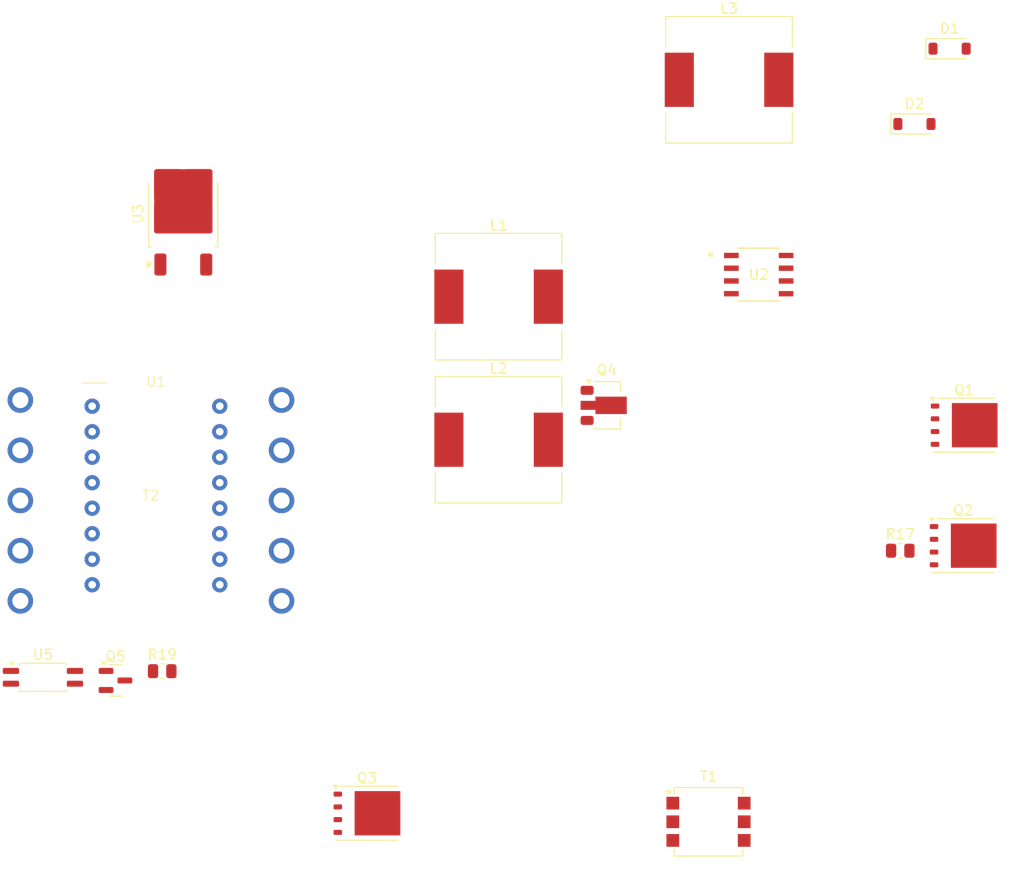
<source format=kicad_pcb>
(kicad_pcb (version 20240108) (generator "pcbnew") (generator_version "8.0")
  (layers (0 "F.Cu" signal) (31 "B.Cu" signal) (34 "B.Paste" user) (35 "F.Paste" user) (36 "B.SilkS" user "B.Silkscreen") (37 "F.SilkS" user "F.Silkscreen") (38 "B.Mask" user) (39 "F.Mask" user) (44 "Edge.Cuts" user))
  (net 0 "")
  (net 1 "/VSEC")
  (net 2 "Net-(Q1-G)")
  (net 3 "GNDSEC")
  (net 4 "/Isense")
  (net 5 "Net-(Q3-G)")
  (net 6 "Net-(Q3-D)")
  (net 7 "Net-(U2-SYNC)")
  (net 8 "Net-(C8-Pad1)")
  (net 9 "Net-(U1-ISENSE)")
  (net 10 "Net-(U1-DELAY)")
  (net 11 "Net-(U1-SD_VSEC)")
  (net 12 "Net-(U1-BLANK)")
  (net 13 "/FB")
  (net 14 "/VREF")
  (net 15 "PGND")
  (net 16 "/SOUT")
  (net 17 "/Vcont")
  (net 18 "/Vout")
  (net 19 "Net-(U1-SS_MAXDC)")
  (net 20 "/GATEOUT")
  (net 21 "Net-(Q2-G)")
  (net 23 "Net-(U1-ROSC)")
  (net 24 "Net-(U2-CS-)")
  (net 25 "Net-(U2-CS+)")
  (net 27 "/FG")
  (net 31 "/CG")
  (net 32 "Net-(Q5-E)")
  (net 34 "Vin")
  (net 36 "Net-(D1-K)")
  (net 37 "GND")
  (net 38 "Net-(L1-Pad2)")
  (net 40 "Net-(U3-VI)")
  (net 41 "Net-(Q1-D)")
  (net 42 "Net-(U3-VO)")
  (net 44 "Net-(U1-COMP)")
  (net 45 "Net-(U2-TIMER)")
  (net 46 "/Vbias")
  (net 47 "Net-(R26-Pad2)")
  (net 48 "Net-(R24-Pad1)")
  (footprint "Package_TO_SOT_SMD:TDSON-8-1" (layer "F.Cu") (at 172.35 84)
    (property "Reference" "Q2" (at 0 -3.5 0) (layer "F.SilkS"))
    (property "Value" "CSD19534Q5A")
    (fp_line (start 3.06 -2.685) (end -2.62 -2.685) (stroke (width 0.12)) (layer "F.SilkS"))
    (fp_line (start 3.06 2.685) (end -3.06 2.685) (stroke (width 0.12)) (layer "F.SilkS"))
    (fp_poly (pts (xy -3.131622 -2.42027) (xy -3.371622 -2.75027) (xy -2.891622 -2.75027) (xy -3.131622 -2.42027)) (stroke (width 0.12)) (fill solid) (layer "F.SilkS"))
    (pad "1" smd roundrect (at -2.9 -1.905) (size 0.85 0.5) (layers "F.Cu" "F.Paste" "F.Mask") (net 3 "GNDSEC"))
    (pad "2" smd roundrect (at -2.9 -0.635) (size 0.85 0.5) (layers "F.Cu" "F.Paste" "F.Mask") (net 3 "GNDSEC"))
    (pad "3" smd roundrect (at -2.9 0.635) (size 0.85 0.5) (layers "F.Cu" "F.Paste" "F.Mask") (net 3 "GNDSEC"))
    (pad "4" smd roundrect (at -2.9 1.905) (size 0.85 0.5) (layers "F.Cu" "F.Paste" "F.Mask") (net 21 "Net-(Q2-G)"))
    (pad "5" smd rect (at 1.05 0) (size 4.55 4.41) (layers "F.Cu") (net 1 "/VSEC"))
  )
  (footprint "Package_TO_SOT_SMD:TDSON-8-1" (layer "F.Cu") (at 172.45 72)
    (property "Reference" "Q1" (at 0 -3.5 0) (layer "F.SilkS"))
    (property "Value" "CSD19534Q5A")
    (fp_line (start 3.06 -2.685) (end -2.62 -2.685) (stroke (width 0.12)) (layer "F.SilkS"))
    (fp_line (start 3.06 2.685) (end -3.06 2.685) (stroke (width 0.12)) (layer "F.SilkS"))
    (fp_poly (pts (xy -3.131622 -2.42027) (xy -3.371622 -2.75027) (xy -2.891622 -2.75027) (xy -3.131622 -2.42027)) (stroke (width 0.12)) (fill solid) (layer "F.SilkS"))
    (pad "1" smd roundrect (at -2.9 -1.905) (size 0.85 0.5) (layers "F.Cu" "F.Paste" "F.Mask") (net 3 "GNDSEC"))
    (pad "2" smd roundrect (at -2.9 -0.635) (size 0.85 0.5) (layers "F.Cu" "F.Paste" "F.Mask") (net 3 "GNDSEC"))
    (pad "3" smd roundrect (at -2.9 0.635) (size 0.85 0.5) (layers "F.Cu" "F.Paste" "F.Mask") (net 3 "GNDSEC"))
    (pad "4" smd roundrect (at -2.9 1.905) (size 0.85 0.5) (layers "F.Cu" "F.Paste" "F.Mask") (net 2 "Net-(Q1-G)"))
    (pad "5" smd rect (at 1.05 0) (size 4.55 4.41) (layers "F.Cu") (net 41 "Net-(Q1-D)"))
  )
  (footprint "Package_TO_SOT_SMD:TDSON-8-1" (layer "F.Cu") (at 113 110.65)
    (property "Reference" "Q3" (at 0 -3.5 0) (layer "F.SilkS"))
    (property "Value" "BSC320N20NS3G")
    (fp_line (start 3.06 -2.685) (end -2.62 -2.685) (stroke (width 0.12)) (layer "F.SilkS"))
    (fp_line (start 3.06 2.685) (end -3.06 2.685) (stroke (width 0.12)) (layer "F.SilkS"))
    (fp_poly (pts (xy -3.131622 -2.42027) (xy -3.371622 -2.75027) (xy -2.891622 -2.75027) (xy -3.131622 -2.42027)) (stroke (width 0.12)) (fill solid) (layer "F.SilkS"))
    (pad "1" smd roundrect (at -2.9 -1.905) (size 0.85 0.5) (layers "F.Cu" "F.Paste" "F.Mask") (net 4 "/Isense"))
    (pad "2" smd roundrect (at -2.9 -0.635) (size 0.85 0.5) (layers "F.Cu" "F.Paste" "F.Mask") (net 4 "/Isense"))
    (pad "3" smd roundrect (at -2.9 0.635) (size 0.85 0.5) (layers "F.Cu" "F.Paste" "F.Mask") (net 4 "/Isense"))
    (pad "4" smd roundrect (at -2.9 1.905) (size 0.85 0.5) (layers "F.Cu" "F.Paste" "F.Mask") (net 5 "Net-(Q3-G)"))
    (pad "5" smd rect (at 1.05 0) (size 4.55 4.41) (layers "F.Cu") (net 6 "Net-(Q3-D)"))
  )
  (footprint "Resistor_SMD:R_0805_2012Metric" (layer "F.Cu") (at 92.62 96.5)
    (property "Reference" "R19" (at 0 -1.65 0) (layer "F.SilkS"))
    (property "Value" "10k")
    (fp_line (start -0.227064 -0.735) (end 0.227064 -0.735) (stroke (width 0.12)) (layer "F.SilkS"))
    (fp_line (start -0.227064 0.735) (end 0.227064 0.735) (stroke (width 0.12)) (layer "F.SilkS"))
    (pad "1" smd roundrect (at -0.9125 0) (size 1.025 1.4) (layers "F.Cu" "F.Paste" "F.Mask") (roundrect_rratio 0.243902) (net 21 "Net-(Q2-G)"))
    (pad "2" smd roundrect (at 0.9125 0) (size 1.025 1.4) (layers "F.Cu" "F.Paste" "F.Mask") (roundrect_rratio 0.243902) (net 3 "GNDSEC"))
  )
  (footprint "Resistor_SMD:R_0805_2012Metric" (layer "F.Cu") (at 166.0875 84.5)
    (property "Reference" "R17" (at 0 -1.65 0) (layer "F.SilkS"))
    (property "Value" "10k")
    (fp_line (start -0.227064 -0.735) (end 0.227064 -0.735) (stroke (width 0.12)) (layer "F.SilkS"))
    (fp_line (start -0.227064 0.735) (end 0.227064 0.735) (stroke (width 0.12)) (layer "F.SilkS"))
    (pad "1" smd roundrect (at -0.9125 0) (size 1.025 1.4) (layers "F.Cu" "F.Paste" "F.Mask") (roundrect_rratio 0.243902) (net 2 "Net-(Q1-G)"))
    (pad "2" smd roundrect (at 0.9125 0) (size 1.025 1.4) (layers "F.Cu" "F.Paste" "F.Mask") (roundrect_rratio 0.243902) (net 3 "GNDSEC"))
  )
  (footprint "Diode_SMD:D_SOD-123" (layer "F.Cu") (at 167.5 42)
    (property "Reference" "D2" (at 0 -2 0) (layer "F.SilkS"))
    (property "Value" "MBR0540")
    (fp_line (start -2.36 -1) (end -2.36 1) (stroke (width 0.12)) (layer "F.SilkS"))
    (fp_line (start -2.36 -1) (end 1.65 -1) (stroke (width 0.12)) (layer "F.SilkS"))
    (fp_line (start -2.36 1) (end 1.65 1) (stroke (width 0.12)) (layer "F.SilkS"))
    (pad "1" smd roundrect (at -1.65 0) (size 0.9 1.2) (layers "F.Cu" "F.Paste" "F.Mask") (net 36 "Net-(D1-K)"))
    (pad "2" smd roundrect (at 1.65 0) (size 0.9 1.2) (layers "F.Cu" "F.Paste" "F.Mask") (net 37 "GND"))
  )
  (footprint "Transformer_SMD:Pulse_P0926NL" (layer "F.Cu") (at 147 111.5)
    (property "Reference" "T1" (at 0 -4.5 0) (layer "F.SilkS"))
    (property "Value" "P0926NL")
    (fp_line (start -3.41 -3.41) (end -3.41 -2.75) (stroke (width 0.12)) (layer "F.SilkS"))
    (fp_line (start -3.41 -3.41) (end 3.41 -3.41) (stroke (width 0.12)) (layer "F.SilkS"))
    (fp_line (start -3.41 3.41) (end -3.41 2.75) (stroke (width 0.12)) (layer "F.SilkS"))
    (fp_line (start -3.41 3.41) (end 3.41 3.41) (stroke (width 0.12)) (layer "F.SilkS"))
    (fp_line (start 3.41 -3.41) (end 3.41 -2.75) (stroke (width 0.12)) (layer "F.SilkS"))
    (fp_line (start 3.41 3.41) (end 3.41 2.75) (stroke (width 0.12)) (layer "F.SilkS"))
    (fp_poly (pts (xy -3.95 -2.75) (xy -4.19 -3.08) (xy -3.71 -3.08) (xy -3.95 -2.75)) (stroke (width 0.12)) (fill solid) (layer "F.SilkS"))
    (pad "1" smd rect (at -3.555 -1.855) (size 1.27 1.27) (layers "F.Cu" "F.Paste" "F.Mask") (net 8 "Net-(C8-Pad1)"))
    (pad "2" smd rect (at -3.555 0) (size 1.27 1.27) (layers "F.Cu" "F.Paste" "F.Mask"))
    (pad "3" smd rect (at -3.555 1.855) (size 1.27 1.27) (layers "F.Cu" "F.Paste" "F.Mask") (net 3 "GNDSEC"))
    (pad "4" smd rect (at 3.555 1.855) (size 1.27 1.27) (layers "F.Cu" "F.Paste" "F.Mask") (net 7 "Net-(U2-SYNC)"))
    (pad "5" smd rect (at 3.555 0) (size 1.27 1.27) (layers "F.Cu" "F.Paste" "F.Mask"))
    (pad "6" smd rect (at 3.555 -1.855) (size 1.27 1.27) (layers "F.Cu" "F.Paste" "F.Mask") (net 37 "GND"))
  )
  (footprint "Package_TO_SOT_SMD:SOT-23" (layer "F.Cu") (at 87.97 97.425)
    (property "Reference" "Q5" (at 0 -2.4 0) (layer "F.SilkS"))
    (property "Value" "BC857")
    (fp_line (start 0 -1.56) (end -0.65 -1.56) (stroke (width 0.12)) (layer "F.SilkS"))
    (fp_line (start 0 -1.56) (end 0.65 -1.56) (stroke (width 0.12)) (layer "F.SilkS"))
    (fp_line (start 0 1.56) (end -0.65 1.56) (stroke (width 0.12)) (layer "F.SilkS"))
    (fp_line (start 0 1.56) (end 0.65 1.56) (stroke (width 0.12)) (layer "F.SilkS"))
    (fp_poly (pts (xy -1.1625 -1.51) (xy -1.4025 -1.84) (xy -0.9225 -1.84) (xy -1.1625 -1.51)) (stroke (width 0.12)) (fill solid) (layer "F.SilkS"))
    (pad "1" smd roundrect (at -0.9375 -0.95) (size 1.475 0.6) (layers "F.Cu" "F.Paste" "F.Mask") (net 14 "/VREF"))
    (pad "2" smd roundrect (at -0.9375 0.95) (size 1.475 0.6) (layers "F.Cu" "F.Paste" "F.Mask") (net 32 "Net-(Q5-E)"))
    (pad "3" smd roundrect (at 0.9375 0) (size 1.475 0.6) (layers "F.Cu" "F.Paste" "F.Mask") (net 37 "GND"))
  )
  (footprint "Inductor_SMD:L_12x12mm_H6mm" (layer "F.Cu") (at 126.10625 73.4479)
    (property "Reference" "L2" (at 0 -7.1 0) (layer "F.SilkS"))
    (property "Value" "10uH")
    (fp_line (start -6.3 -6.3) (end 6.3 -6.3) (stroke (width 0.12)) (layer "F.SilkS"))
    (fp_line (start -6.3 -3.3) (end -6.3 -6.3) (stroke (width 0.12)) (layer "F.SilkS"))
    (fp_line (start -6.3 6.3) (end -6.3 3.3) (stroke (width 0.12)) (layer "F.SilkS"))
    (fp_line (start 6.3 -6.3) (end 6.3 -3.3) (stroke (width 0.12)) (layer "F.SilkS"))
    (fp_line (start 6.3 3.3) (end 6.3 6.3) (stroke (width 0.12)) (layer "F.SilkS"))
    (fp_line (start 6.3 6.3) (end -6.3 6.3) (stroke (width 0.12)) (layer "F.SilkS"))
    (pad "1" smd rect (at -4.95 0) (size 2.9 5.4) (layers "F.Cu" "F.Paste" "F.Mask") (net 38 "Net-(L1-Pad2)"))
    (pad "2" smd rect (at 4.95 0) (size 2.9 5.4) (layers "F.Cu" "F.Paste" "F.Mask") (net 18 "/Vout"))
  )
  (footprint "Forward_Footprint:SO-8_S_LIT" (layer "F.Cu") (at 152 57)
    (property "Reference" "U2" (at 0 0 0) (layer "F.SilkS"))
    (property "Value" "LTC3900ES8-PBF")
    (fp_line (start -2.1209 2.6289) (end 2.1209 2.6289) (stroke (width 0.1524)) (layer "F.SilkS"))
    (fp_line (start 2.1209 -2.6289) (end -2.1209 -2.6289) (stroke (width 0.1524)) (layer "F.SilkS"))
    (fp_text user "*" (at -4.5 -2 90) (layer "F.SilkS"))
    (fp_text user "*" (at -4.5 -2 90) (layer "F.SilkS"))
    (pad "1" smd rect (at -2.72415 -1.905) (size 1.4605 0.5334) (layers "F.Cu" "F.Paste" "F.Mask") (net 25 "Net-(U2-CS+)"))
    (pad "2" smd rect (at -2.72415 -0.635) (size 1.4605 0.5334) (layers "F.Cu" "F.Paste" "F.Mask") (net 24 "Net-(U2-CS-)"))
    (pad "3" smd rect (at -2.72415 0.635) (size 1.4605 0.5334) (layers "F.Cu" "F.Paste" "F.Mask") (net 31 "/CG"))
    (pad "4" smd rect (at -2.72415 1.905) (size 1.4605 0.5334) (layers "F.Cu" "F.Paste" "F.Mask") (net 46 "/Vbias"))
    (pad "5" smd rect (at 2.72415 1.905) (size 1.4605 0.5334) (layers "F.Cu" "F.Paste" "F.Mask") (net 27 "/FG"))
    (pad "6" smd rect (at 2.72415 0.635) (size 1.4605 0.5334) (layers "F.Cu" "F.Paste" "F.Mask") (net 3 "GNDSEC"))
    (pad "7" smd rect (at 2.72415 -0.635) (size 1.4605 0.5334) (layers "F.Cu" "F.Paste" "F.Mask") (net 45 "Net-(U2-TIMER)"))
    (pad "8" smd rect (at 2.72415 -1.905) (size 1.4605 0.5334) (layers "F.Cu" "F.Paste" "F.Mask") (net 7 "Net-(U2-SYNC)"))
  )
  (footprint "Forward_Footprint:EE30157-Custom" (layer "F.Cu") (at 91.5 79.5)
    (property "Reference" "T2" (at 0 -0.5 0) (layer "F.SilkS") (effects (font (thickness 0.1))))
    (property "Value" "EE30157-Custom")
    (pad "1" thru_hole circle (at -13 -10) (size 2.54 2.54) (drill 1.6) (layers "*.Cu" "*.Mask"))
    (pad "2" thru_hole circle (at -13 -5) (size 2.54 2.54) (drill 1.6) (layers "*.Cu" "*.Mask"))
    (pad "3" thru_hole circle (at -13 0) (size 2.54 2.54) (drill 1.6) (layers "*.Cu" "*.Mask") (net 34 "Vin"))
    (pad "4" thru_hole circle (at -13 5) (size 2.54 2.54) (drill 1.6) (layers "*.Cu" "*.Mask") (net 6 "Net-(Q3-D)"))
    (pad "5" thru_hole circle (at -13 10) (size 2.54 2.54) (drill 1.6) (layers "*.Cu" "*.Mask") (net 34 "Vin"))
    (pad "6" thru_hole circle (at 13 10) (size 2.54 2.54) (drill 1.6) (layers "*.Cu" "*.Mask"))
    (pad "7" thru_hole circle (at 13 5) (size 2.54 2.54) (drill 1.6) (layers "*.Cu" "*.Mask") (net 1 "/VSEC"))
    (pad "8" thru_hole circle (at 13 0) (size 2.54 2.54) (drill 1.6) (layers "*.Cu" "*.Mask") (net 41 "Net-(Q1-D)"))
    (pad "9" thru_hole circle (at 13 -5) (size 2.54 2.54) (drill 1.6) (layers "*.Cu" "*.Mask"))
    (pad "10" thru_hole circle (at 13 -10) (size 2.54 2.54) (drill 1.6) (layers "*.Cu" "*.Mask"))
  )
  (footprint "Package_SO:SOP-4_4.4x2.6mm_P1.27mm" (layer "F.Cu") (at 80.75 97.11)
    (property "Reference" "U5" (at 0 -2.25 0) (layer "F.SilkS"))
    (property "Value" "TCMT1106")
    (fp_line (start -2.31 -1.41) (end -2.31 -1.195) (stroke (width 0.12)) (layer "F.SilkS"))
    (fp_line (start -2.31 1.41) (end -2.31 1.195) (stroke (width 0.12)) (layer "F.SilkS"))
    (fp_line (start 0 -1.41) (end -2.31 -1.41) (stroke (width 0.12)) (layer "F.SilkS"))
    (fp_line (start 0 -1.41) (end 2.31 -1.41) (stroke (width 0.12)) (layer "F.SilkS"))
    (fp_line (start 0 1.41) (end -2.31 1.41) (stroke (width 0.12)) (layer "F.SilkS"))
    (fp_line (start 0 1.41) (end 2.31 1.41) (stroke (width 0.12)) (layer "F.SilkS"))
    (fp_line (start 2.31 -1.41) (end 2.31 -1.195) (stroke (width 0.12)) (layer "F.SilkS"))
    (fp_line (start 2.31 1.41) (end 2.31 1.195) (stroke (width 0.12)) (layer "F.SilkS"))
    (fp_poly (pts (xy -3.1 -1.195) (xy -3.34 -1.525) (xy -2.86 -1.525) (xy -3.1 -1.195)) (stroke (width 0.12)) (fill solid) (layer "F.SilkS"))
    (pad "1" smd roundrect (at -3.1875 -0.635) (size 1.625 0.6) (layers "F.Cu" "F.Paste" "F.Mask") (net 47 "Net-(R26-Pad2)"))
    (pad "2" smd roundrect (at -3.1875 0.635) (size 1.625 0.6) (layers "F.Cu" "F.Paste" "F.Mask") (net 32 "Net-(Q5-E)"))
    (pad "3" smd roundrect (at 3.1875 0.635) (size 1.625 0.6) (layers "F.Cu" "F.Paste" "F.Mask") (net 3 "GNDSEC"))
    (pad "4" smd roundrect (at 3.1875 -0.635) (size 1.625 0.6) (layers "F.Cu" "F.Paste" "F.Mask") (net 48 "Net-(R24-Pad1)"))
  )
  (footprint "Package_TO_SOT_SMD:TO-252-2" (layer "F.Cu") (at 94.72 50.96 90)
    (property "Reference" "U3" (at 0 -4.5 90) (layer "F.SilkS"))
    (property "Value" "MC7812CDTRKG")
    (fp_line (start 3.11 -3.45) (end -3.31 -3.45) (stroke (width 0.12)) (layer "F.SilkS"))
    (fp_line (start -3.31 -3.45) (end -3.31 -3.18) (stroke (width 0.12)) (layer "F.SilkS"))
    (fp_line (start 3.11 3.45) (end -3.31 3.45) (stroke (width 0.12)) (layer "F.SilkS"))
    (fp_line (start -3.31 3.45) (end -3.31 3.18) (stroke (width 0.12)) (layer "F.SilkS"))
    (fp_poly (pts (xy -5.04 -3.14) (xy -5.38 -3.61) (xy -4.7 -3.61) (xy -5.04 -3.14)) (stroke (width 0.12)) (fill solid) (layer "F.SilkS"))
    (pad "1" smd roundrect (at -5.04 -2.28 90) (size 2.2 1.2) (layers "F.Cu" "F.Paste" "F.Mask") (roundrect_rratio 0.208333) (net 40 "Net-(U3-VI)"))
    (pad "2" smd roundrect (at -0.415 -1.525 90) (size 3.05 2.75) (layers "F.Cu" "F.Paste") (roundrect_rratio 0.090909) (net 37 "GND"))
    (pad "2" smd roundrect (at -0.415 1.525 90) (size 3.05 2.75) (layers "F.Cu" "F.Paste") (roundrect_rratio 0.090909) (net 37 "GND"))
    (pad "2" smd roundrect (at 1.26 0 90) (size 6.4 5.8) (layers "F.Cu" "F.Mask") (roundrect_rratio 0.043103) (net 37 "GND"))
    (pad "2" smd roundrect (at 2.935 -1.525 90) (size 3.05 2.75) (layers "F.Cu" "F.Paste") (roundrect_rratio 0.090909) (net 37 "GND"))
    (pad "2" smd roundrect (at 2.935 1.525 90) (size 3.05 2.75) (layers "F.Cu" "F.Paste") (roundrect_rratio 0.090909) (net 37 "GND"))
    (pad "3" smd roundrect (at -5.04 2.28 90) (size 2.2 1.2) (layers "F.Cu" "F.Paste" "F.Mask") (roundrect_rratio 0.208333) (net 42 "Net-(U3-VO)"))
  )
  (footprint "Forward_Footprint:SOP16 DIP Adapter" (layer "F.Cu") (at 92 79)
    (property "Reference" "U1" (at 0 -11.35 0) (layer "F.SilkS") (effects (font (thickness 0.1))))
    (property "Value" "LT1952EGN-1-PBF")
    (fp_line (start -7.4 -11.2) (end -4.85 -11.2) (stroke (width 0.1)) (layer "F.SilkS"))
    (pad "1" thru_hole circle (at -6.35 -8.89) (size 1.524 1.524) (drill 0.762) (layers "*.Cu" "*.Mask") (net 44 "Net-(U1-COMP)"))
    (pad "2" thru_hole circle (at -6.35 -6.35) (size 1.524 1.524) (drill 0.762) (layers "*.Cu" "*.Mask") (net 13 "/FB"))
    (pad "3" thru_hole circle (at -6.35 -3.81) (size 1.524 1.524) (drill 0.762) (layers "*.Cu" "*.Mask") (net 23 "Net-(U1-ROSC)"))
    (pad "4" thru_hole circle (at -6.35 -1.27) (size 1.524 1.524) (drill 0.762) (layers "*.Cu" "*.Mask") (net 37 "GND"))
    (pad "5" thru_hole circle (at -6.35 1.27) (size 1.524 1.524) (drill 0.762) (layers "*.Cu" "*.Mask") (net 19 "Net-(U1-SS_MAXDC)"))
    (pad "6" thru_hole circle (at -6.35 3.81) (size 1.524 1.524) (drill 0.762) (layers "*.Cu" "*.Mask") (net 14 "/VREF"))
    (pad "7" thru_hole circle (at -6.35 6.35) (size 1.524 1.524) (drill 0.762) (layers "*.Cu" "*.Mask") (net 11 "Net-(U1-SD_VSEC)"))
    (pad "8" thru_hole circle (at -6.35 8.89) (size 1.524 1.524) (drill 0.762) (layers "*.Cu" "*.Mask") (net 37 "GND"))
    (pad "9" thru_hole circle (at 6.35 8.89) (size 1.524 1.524) (drill 0.762) (layers "*.Cu" "*.Mask") (net 12 "Net-(U1-BLANK)"))
    (pad "10" thru_hole circle (at 6.35 6.35) (size 1.524 1.524) (drill 0.762) (layers "*.Cu" "*.Mask") (net 9 "Net-(U1-ISENSE)"))
    (pad "11" thru_hole circle (at 6.35 3.81) (size 1.524 1.524) (drill 0.762) (layers "*.Cu" "*.Mask") (net 9 "Net-(U1-ISENSE)"))
    (pad "12" thru_hole circle (at 6.35 1.27) (size 1.524 1.524) (drill 0.762) (layers "*.Cu" "*.Mask") (net 10 "Net-(U1-DELAY)"))
    (pad "13" thru_hole circle (at 6.35 -1.27) (size 1.524 1.524) (drill 0.762) (layers "*.Cu" "*.Mask") (net 15 "PGND"))
    (pad "14" thru_hole circle (at 6.35 -3.81) (size 1.524 1.524) (drill 0.762) (layers "*.Cu" "*.Mask") (net 20 "/GATEOUT"))
    (pad "15" thru_hole circle (at 6.35 -6.35) (size 1.524 1.524) (drill 0.762) (layers "*.Cu" "*.Mask") (net 17 "/Vcont"))
    (pad "16" thru_hole circle (at 6.35 -8.89) (size 1.524 1.524) (drill 0.762) (layers "*.Cu" "*.Mask") (net 16 "/SOUT"))
  )
  (footprint "Diode_SMD:D_SOD-123" (layer "F.Cu") (at 171 34.5)
    (property "Reference" "D1" (at 0 -2 0) (layer "F.SilkS"))
    (property "Value" "MBR0540")
    (fp_line (start -2.36 -1) (end -2.36 1) (stroke (width 0.12)) (layer "F.SilkS"))
    (fp_line (start -2.36 -1) (end 1.65 -1) (stroke (width 0.12)) (layer "F.SilkS"))
    (fp_line (start -2.36 1) (end 1.65 1) (stroke (width 0.12)) (layer "F.SilkS"))
    (pad "1" smd roundrect (at -1.65 0) (size 0.9 1.2) (layers "F.Cu" "F.Paste" "F.Mask") (net 36 "Net-(D1-K)"))
    (pad "2" smd roundrect (at 1.65 0) (size 0.9 1.2) (layers "F.Cu" "F.Paste" "F.Mask"))
  )
  (footprint "Inductor_SMD:L_12x12mm_H6mm" (layer "F.Cu") (at 126.10625 59.1979)
    (property "Reference" "L1" (at 0 -7.1 0) (layer "F.SilkS"))
    (property "Value" "10uH")
    (fp_line (start -6.3 -6.3) (end 6.3 -6.3) (stroke (width 0.12)) (layer "F.SilkS"))
    (fp_line (start -6.3 -3.3) (end -6.3 -6.3) (stroke (width 0.12)) (layer "F.SilkS"))
    (fp_line (start -6.3 6.3) (end -6.3 3.3) (stroke (width 0.12)) (layer "F.SilkS"))
    (fp_line (start 6.3 -6.3) (end 6.3 -3.3) (stroke (width 0.12)) (layer "F.SilkS"))
    (fp_line (start 6.3 3.3) (end 6.3 6.3) (stroke (width 0.12)) (layer "F.SilkS"))
    (fp_line (start 6.3 6.3) (end -6.3 6.3) (stroke (width 0.12)) (layer "F.SilkS"))
    (pad "1" smd rect (at -4.95 0) (size 2.9 5.4) (layers "F.Cu" "F.Paste" "F.Mask") (net 1 "/VSEC"))
    (pad "2" smd rect (at 4.95 0) (size 2.9 5.4) (layers "F.Cu" "F.Paste" "F.Mask") (net 38 "Net-(L1-Pad2)"))
  )
  (footprint "Package_TO_SOT_SMD:SOT-89-3" (layer "F.Cu") (at 136.86625 70.0229)
    (property "Reference" "Q4" (at 0 -3.5 0) (layer "F.SilkS"))
    (property "Value" "BCX56")
    (fp_line (start -1.22 -2.36) (end 1.36 -2.36) (stroke (width 0.12)) (layer "F.SilkS"))
    (fp_line (start 1.36 -1.38) (end 1.36 -2.36) (stroke (width 0.12)) (layer "F.SilkS"))
    (fp_line (start 1.36 1.38) (end 1.36 2.36) (stroke (width 0.12)) (layer "F.SilkS"))
    (fp_line (start 1.36 2.36) (end -1.36 2.36) (stroke (width 0.12)) (layer "F.SilkS"))
    (fp_poly (pts (xy -1.77 -2.21) (xy -2.01 -2.54) (xy -1.53 -2.54) (xy -1.77 -2.21)) (stroke (width 0.12)) (fill solid) (layer "F.SilkS"))
    (pad "1" smd roundrect (at -1.95 -1.5) (size 1.3 0.9) (layers "F.Cu" "F.Paste" "F.Mask"))
    (pad "2" smd custom (at -1.8625 0) (size 1.475 0.9) (layers "F.Cu" "F.Paste" "F.Mask") (options (clearance outline) (anchor rect)) (primitives (gr_poly (pts (xy 3.8625 0.8665) (xy 0.7375 0.8665) (xy 0.7375 -0.8665) (xy 3.8625 -0.8665)) (width 0) (fill yes))))
    (pad "3" smd roundrect (at -1.95 1.5) (size 1.3 0.9) (layers "F.Cu" "F.Paste" "F.Mask"))
  )
  (footprint "Inductor_SMD:L_12x12mm_H6mm" (layer "F.Cu") (at 149.045 37.6)
    (property "Reference" "L3" (at 0 -7.1 0) (layer "F.SilkS"))
    (property "Value" "10uH")
    (fp_line (start -6.3 -6.3) (end 6.3 -6.3) (stroke (width 0.12)) (layer "F.SilkS"))
    (fp_line (start -6.3 -3.3) (end -6.3 -6.3) (stroke (width 0.12)) (layer "F.SilkS"))
    (fp_line (start -6.3 6.3) (end -6.3 3.3) (stroke (width 0.12)) (layer "F.SilkS"))
    (fp_line (start 6.3 -6.3) (end 6.3 -3.3) (stroke (width 0.12)) (layer "F.SilkS"))
    (fp_line (start 6.3 3.3) (end 6.3 6.3) (stroke (width 0.12)) (layer "F.SilkS"))
    (fp_line (start 6.3 6.3) (end -6.3 6.3) (stroke (width 0.12)) (layer "F.SilkS"))
    (pad "1" smd rect (at -4.95 0) (size 2.9 5.4) (layers "F.Cu" "F.Paste" "F.Mask") (net 40 "Net-(U3-VI)"))
    (pad "2" smd rect (at 4.95 0) (size 2.9 5.4) (layers "F.Cu" "F.Paste" "F.Mask") (net 36 "Net-(D1-K)"))
  )
)
</source>
